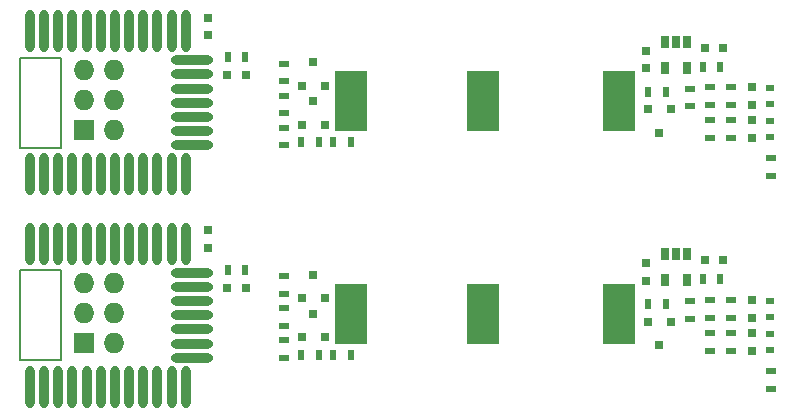
<source format=gbr>
G04 #@! TF.FileFunction,Soldermask,Top*
%FSLAX46Y46*%
G04 Gerber Fmt 4.6, Leading zero omitted, Abs format (unit mm)*
G04 Created by KiCad (PCBNEW no-vcs-found-undefined) date Fri Nov 11 20:13:07 2016*
%MOMM*%
%LPD*%
G01*
G04 APERTURE LIST*
%ADD10C,0.100000*%
%ADD11C,0.150000*%
%ADD12R,1.727200X1.727200*%
%ADD13O,1.727200X1.727200*%
%ADD14R,0.900000X0.500000*%
%ADD15R,0.800000X0.750000*%
%ADD16R,0.500000X0.900000*%
%ADD17R,0.750000X0.800000*%
%ADD18R,0.700000X0.600000*%
%ADD19R,0.650000X1.060000*%
%ADD20R,0.800100X0.800100*%
%ADD21R,0.800000X0.800000*%
%ADD22O,3.600000X0.800000*%
%ADD23O,0.800000X3.600000*%
%ADD24R,2.790000X5.080000*%
G04 APERTURE END LIST*
D10*
D11*
X80150000Y-69250000D02*
X80150000Y-76850000D01*
X83650000Y-69250000D02*
X80150000Y-69250000D01*
X83650000Y-76850000D02*
X83650000Y-69250000D01*
X80150000Y-76850000D02*
X83650000Y-76850000D01*
X80150000Y-94850000D02*
X83650000Y-94850000D01*
X83650000Y-94850000D02*
X83650000Y-87250000D01*
X83650000Y-87250000D02*
X80150000Y-87250000D01*
X80150000Y-87250000D02*
X80150000Y-94850000D01*
D12*
X85560000Y-75400000D03*
D13*
X88100000Y-75400000D03*
X85560000Y-72860000D03*
X88100000Y-72860000D03*
X85560000Y-70320000D03*
X88100000Y-70320000D03*
D14*
X138562000Y-76040000D03*
X138562000Y-74540000D03*
X140340000Y-74540000D03*
X140340000Y-76040000D03*
X140340000Y-73246000D03*
X140340000Y-71746000D03*
D15*
X139650000Y-68400000D03*
X138150000Y-68400000D03*
D16*
X139450000Y-70000000D03*
X137950000Y-70000000D03*
D14*
X138562000Y-71746000D03*
X138562000Y-73246000D03*
D17*
X142118000Y-71746000D03*
X142118000Y-73246000D03*
X142118000Y-76040000D03*
X142118000Y-74540000D03*
D18*
X143642000Y-73196000D03*
X143642000Y-71796000D03*
X143642000Y-75990000D03*
X143642000Y-74590000D03*
D14*
X143750000Y-77750000D03*
X143750000Y-79250000D03*
D19*
X136650000Y-70100000D03*
X134750000Y-70100000D03*
X134750000Y-67900000D03*
X135700000Y-67900000D03*
X136650000Y-67900000D03*
D20*
X135250000Y-73599240D03*
X133350000Y-73599240D03*
X134300000Y-75598220D03*
D16*
X134850000Y-72100000D03*
X133350000Y-72100000D03*
D17*
X133200000Y-68650000D03*
X133200000Y-70150000D03*
D14*
X136900000Y-71850000D03*
X136900000Y-73350000D03*
D16*
X97750000Y-69200000D03*
X99250000Y-69200000D03*
D14*
X102500000Y-71250000D03*
X102500000Y-69750000D03*
X102500000Y-72450000D03*
X102500000Y-73950000D03*
D21*
X99325000Y-70700000D03*
X97675000Y-70700000D03*
D17*
X96100000Y-67350000D03*
X96100000Y-65850000D03*
D22*
X94750000Y-69450000D03*
X94750000Y-70650000D03*
X94750000Y-71850000D03*
X94750000Y-73050000D03*
X94750000Y-74250000D03*
X94750000Y-75450000D03*
X94750000Y-76650000D03*
D23*
X94200000Y-67000000D03*
X93000000Y-67000000D03*
X91800000Y-67000000D03*
X90600000Y-67000000D03*
X89400000Y-67000000D03*
X88200000Y-67000000D03*
X87000000Y-67000000D03*
X85800000Y-67000000D03*
X84600000Y-67000000D03*
X83400000Y-67000000D03*
X82200000Y-67000000D03*
X94200000Y-79100000D03*
X93000000Y-79100000D03*
X91800000Y-79100000D03*
X90600000Y-79100000D03*
X89400000Y-79100000D03*
X88200000Y-79100000D03*
X87000000Y-79100000D03*
X85800000Y-79100000D03*
X84600000Y-79100000D03*
X83400000Y-79100000D03*
X82200000Y-79100000D03*
X81000000Y-79100000D03*
X81000000Y-67000000D03*
D14*
X102500000Y-76650000D03*
X102500000Y-75150000D03*
D20*
X104050000Y-71600760D03*
X105950000Y-71600760D03*
X105000000Y-69601780D03*
X104050000Y-74900760D03*
X105950000Y-74900760D03*
X105000000Y-72901780D03*
D16*
X103950000Y-76400000D03*
X105450000Y-76400000D03*
X106650000Y-76400000D03*
X108150000Y-76400000D03*
D24*
X130910000Y-72900000D03*
X119400000Y-72900000D03*
X108150000Y-72900000D03*
D20*
X105000000Y-87601780D03*
X105950000Y-89600760D03*
X104050000Y-89600760D03*
D16*
X108150000Y-94400000D03*
X106650000Y-94400000D03*
D20*
X105000000Y-90901780D03*
X105950000Y-92900760D03*
X104050000Y-92900760D03*
X134300000Y-93598220D03*
X133350000Y-91599240D03*
X135250000Y-91599240D03*
D23*
X81000000Y-85000000D03*
X81000000Y-97100000D03*
X82200000Y-97100000D03*
X83400000Y-97100000D03*
X84600000Y-97100000D03*
X85800000Y-97100000D03*
X87000000Y-97100000D03*
X88200000Y-97100000D03*
X89400000Y-97100000D03*
X90600000Y-97100000D03*
X91800000Y-97100000D03*
X93000000Y-97100000D03*
X94200000Y-97100000D03*
X82200000Y-85000000D03*
X83400000Y-85000000D03*
X84600000Y-85000000D03*
X85800000Y-85000000D03*
X87000000Y-85000000D03*
X88200000Y-85000000D03*
X89400000Y-85000000D03*
X90600000Y-85000000D03*
X91800000Y-85000000D03*
X93000000Y-85000000D03*
X94200000Y-85000000D03*
D22*
X94750000Y-94650000D03*
X94750000Y-93450000D03*
X94750000Y-92250000D03*
X94750000Y-91050000D03*
X94750000Y-89850000D03*
X94750000Y-88650000D03*
X94750000Y-87450000D03*
D21*
X97675000Y-88700000D03*
X99325000Y-88700000D03*
D18*
X143642000Y-89796000D03*
X143642000Y-91196000D03*
X143642000Y-92590000D03*
X143642000Y-93990000D03*
D15*
X138150000Y-86400000D03*
X139650000Y-86400000D03*
D17*
X142118000Y-92540000D03*
X142118000Y-94040000D03*
X142118000Y-91246000D03*
X142118000Y-89746000D03*
D14*
X136900000Y-91350000D03*
X136900000Y-89850000D03*
X143750000Y-97250000D03*
X143750000Y-95750000D03*
X138562000Y-92540000D03*
X138562000Y-94040000D03*
X138562000Y-91246000D03*
X138562000Y-89746000D03*
X140340000Y-94040000D03*
X140340000Y-92540000D03*
X140340000Y-89746000D03*
X140340000Y-91246000D03*
D16*
X99250000Y-87200000D03*
X97750000Y-87200000D03*
X137950000Y-88000000D03*
X139450000Y-88000000D03*
D24*
X108150000Y-90900000D03*
X119400000Y-90900000D03*
X130910000Y-90900000D03*
D17*
X96100000Y-83850000D03*
X96100000Y-85350000D03*
X133200000Y-88150000D03*
X133200000Y-86650000D03*
D13*
X88100000Y-88320000D03*
X85560000Y-88320000D03*
X88100000Y-90860000D03*
X85560000Y-90860000D03*
X88100000Y-93400000D03*
D12*
X85560000Y-93400000D03*
D16*
X133350000Y-90100000D03*
X134850000Y-90100000D03*
X105450000Y-94400000D03*
X103950000Y-94400000D03*
D19*
X136650000Y-85900000D03*
X135700000Y-85900000D03*
X134750000Y-85900000D03*
X134750000Y-88100000D03*
X136650000Y-88100000D03*
D14*
X102500000Y-87750000D03*
X102500000Y-89250000D03*
X102500000Y-91950000D03*
X102500000Y-90450000D03*
X102500000Y-93150000D03*
X102500000Y-94650000D03*
M02*

</source>
